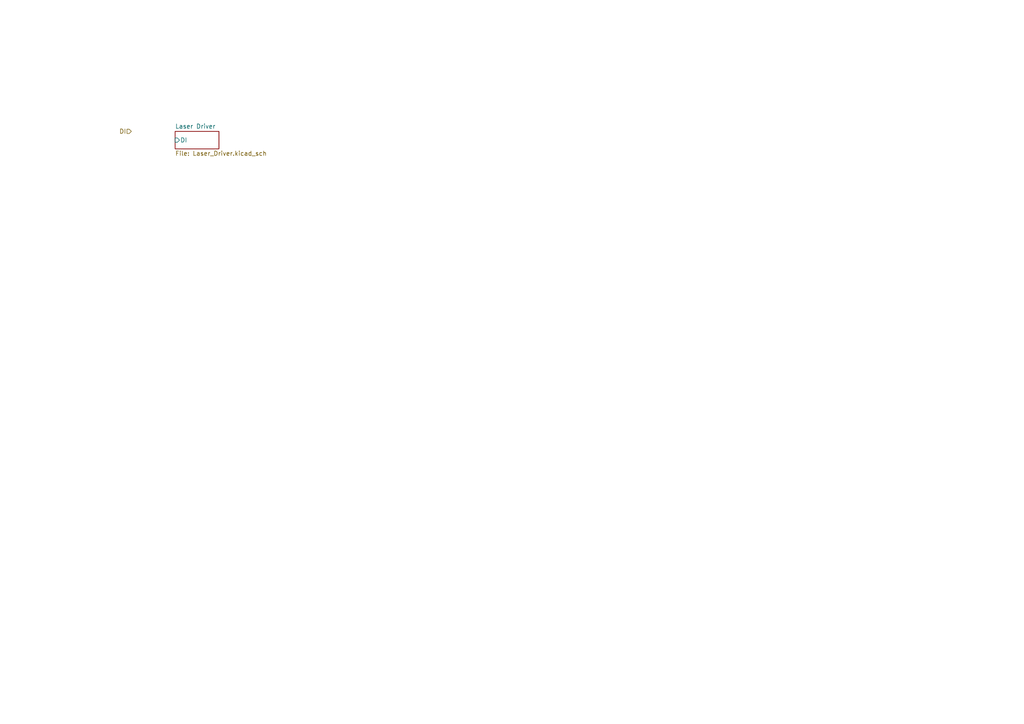
<source format=kicad_sch>
(kicad_sch (version 20211123) (generator eeschema)
  (paper "A4")
  (lib_symbols)
  (hierarchical_label "DI" (shape input) (at 38.1 38.1 180))
  (sheet (at 50.8 38.1) (size 12.7 5.08) (stroke (width 0.1524))
    (property "Sheet name" "Laser Driver" (at 50.8 37.3884 0) (effects (justify left bottom)))
    (property "Sheet file" "Laser_Driver.kicad_sch" (at 50.8 43.7646 0) (effects (justify left top)))
    (pin "DI" input (at 50.8 40.64 180))
  )
)
</source>
